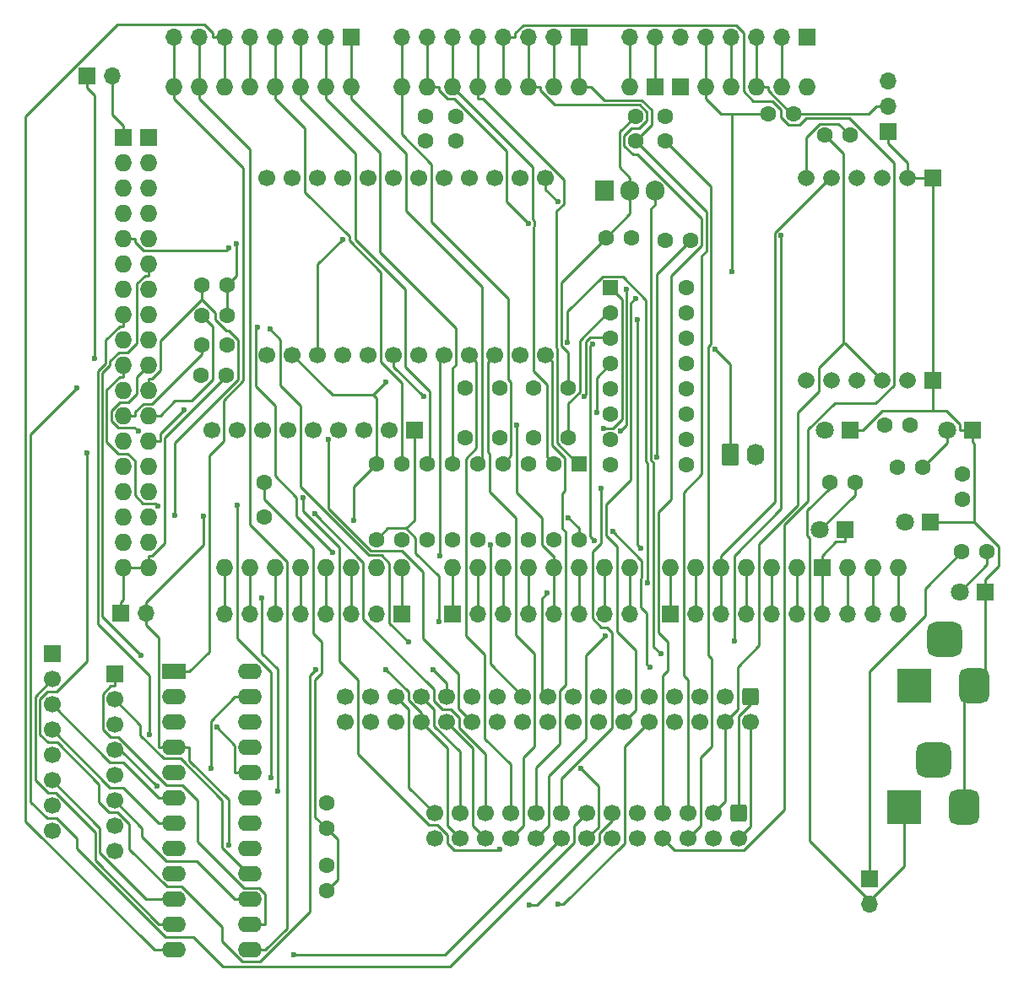
<source format=gbr>
G04 #@! TF.GenerationSoftware,KiCad,Pcbnew,9.0.4*
G04 #@! TF.CreationDate,2025-11-16T18:55:43+10:00*
G04 #@! TF.ProjectId,Jet Ranger Prod Radio Controller,4a657420-5261-46e6-9765-722050726f64,rev?*
G04 #@! TF.SameCoordinates,Original*
G04 #@! TF.FileFunction,Copper,L2,Bot*
G04 #@! TF.FilePolarity,Positive*
%FSLAX46Y46*%
G04 Gerber Fmt 4.6, Leading zero omitted, Abs format (unit mm)*
G04 Created by KiCad (PCBNEW 9.0.4) date 2025-11-16 18:55:43*
%MOMM*%
%LPD*%
G01*
G04 APERTURE LIST*
G04 Aperture macros list*
%AMRoundRect*
0 Rectangle with rounded corners*
0 $1 Rounding radius*
0 $2 $3 $4 $5 $6 $7 $8 $9 X,Y pos of 4 corners*
0 Add a 4 corners polygon primitive as box body*
4,1,4,$2,$3,$4,$5,$6,$7,$8,$9,$2,$3,0*
0 Add four circle primitives for the rounded corners*
1,1,$1+$1,$2,$3*
1,1,$1+$1,$4,$5*
1,1,$1+$1,$6,$7*
1,1,$1+$1,$8,$9*
0 Add four rect primitives between the rounded corners*
20,1,$1+$1,$2,$3,$4,$5,0*
20,1,$1+$1,$4,$5,$6,$7,0*
20,1,$1+$1,$6,$7,$8,$9,0*
20,1,$1+$1,$8,$9,$2,$3,0*%
G04 Aperture macros list end*
G04 #@! TA.AperFunction,ComponentPad*
%ADD10C,1.600000*%
G04 #@! TD*
G04 #@! TA.AperFunction,ComponentPad*
%ADD11R,1.700000X1.700000*%
G04 #@! TD*
G04 #@! TA.AperFunction,ComponentPad*
%ADD12O,1.700000X1.700000*%
G04 #@! TD*
G04 #@! TA.AperFunction,ComponentPad*
%ADD13R,2.400000X1.600000*%
G04 #@! TD*
G04 #@! TA.AperFunction,ComponentPad*
%ADD14O,2.400000X1.600000*%
G04 #@! TD*
G04 #@! TA.AperFunction,ComponentPad*
%ADD15RoundRect,0.250000X-0.620000X-0.845000X0.620000X-0.845000X0.620000X0.845000X-0.620000X0.845000X0*%
G04 #@! TD*
G04 #@! TA.AperFunction,ComponentPad*
%ADD16O,1.740000X2.190000*%
G04 #@! TD*
G04 #@! TA.AperFunction,ComponentPad*
%ADD17R,1.800000X1.800000*%
G04 #@! TD*
G04 #@! TA.AperFunction,ComponentPad*
%ADD18C,1.800000*%
G04 #@! TD*
G04 #@! TA.AperFunction,ComponentPad*
%ADD19R,3.500000X3.500000*%
G04 #@! TD*
G04 #@! TA.AperFunction,ComponentPad*
%ADD20RoundRect,0.750000X0.750000X1.000000X-0.750000X1.000000X-0.750000X-1.000000X0.750000X-1.000000X0*%
G04 #@! TD*
G04 #@! TA.AperFunction,ComponentPad*
%ADD21RoundRect,0.875000X0.875000X0.875000X-0.875000X0.875000X-0.875000X-0.875000X0.875000X-0.875000X0*%
G04 #@! TD*
G04 #@! TA.AperFunction,ComponentPad*
%ADD22RoundRect,0.250000X-0.550000X-0.550000X0.550000X-0.550000X0.550000X0.550000X-0.550000X0.550000X0*%
G04 #@! TD*
G04 #@! TA.AperFunction,ComponentPad*
%ADD23RoundRect,0.250000X-0.550000X0.550000X-0.550000X-0.550000X0.550000X-0.550000X0.550000X0.550000X0*%
G04 #@! TD*
G04 #@! TA.AperFunction,ComponentPad*
%ADD24C,1.700000*%
G04 #@! TD*
G04 #@! TA.AperFunction,ComponentPad*
%ADD25R,1.905000X2.000000*%
G04 #@! TD*
G04 #@! TA.AperFunction,ComponentPad*
%ADD26O,1.905000X2.000000*%
G04 #@! TD*
G04 #@! TA.AperFunction,ComponentPad*
%ADD27R,1.665000X1.665000*%
G04 #@! TD*
G04 #@! TA.AperFunction,ComponentPad*
%ADD28C,1.665000*%
G04 #@! TD*
G04 #@! TA.AperFunction,ComponentPad*
%ADD29RoundRect,0.250000X-0.600000X0.600000X-0.600000X-0.600000X0.600000X-0.600000X0.600000X0.600000X0*%
G04 #@! TD*
G04 #@! TA.AperFunction,ComponentPad*
%ADD30O,1.727200X1.727200*%
G04 #@! TD*
G04 #@! TA.AperFunction,ComponentPad*
%ADD31R,1.727200X1.727200*%
G04 #@! TD*
G04 #@! TA.AperFunction,ViaPad*
%ADD32C,0.600000*%
G04 #@! TD*
G04 #@! TA.AperFunction,Conductor*
%ADD33C,0.250000*%
G04 #@! TD*
G04 APERTURE END LIST*
D10*
X70940000Y-51500000D03*
X70940000Y-49000000D03*
X78350000Y-81250000D03*
X78350000Y-76250000D03*
D11*
X63500000Y-41046400D03*
D12*
X60960000Y-41046400D03*
X58420000Y-41046400D03*
X55880000Y-41046400D03*
X53340000Y-41046400D03*
X50800000Y-41046400D03*
X48260000Y-41046400D03*
X45720000Y-41046400D03*
D13*
X45750000Y-104750000D03*
D14*
X45750000Y-107290000D03*
X45750000Y-109830000D03*
X45750000Y-112370000D03*
X45750000Y-114910000D03*
X45750000Y-117450000D03*
X45750000Y-119990000D03*
X45750000Y-122530000D03*
X45750000Y-125070000D03*
X45750000Y-127610000D03*
X45750000Y-130150000D03*
X45750000Y-132690000D03*
X53370000Y-132690000D03*
X53370000Y-130150000D03*
X53370000Y-127610000D03*
X53370000Y-125070000D03*
X53370000Y-122530000D03*
X53370000Y-119990000D03*
X53370000Y-117450000D03*
X53370000Y-114910000D03*
X53370000Y-112370000D03*
X53370000Y-109830000D03*
X53370000Y-107290000D03*
X53370000Y-104750000D03*
D11*
X117298000Y-50550000D03*
D12*
X117298000Y-48010000D03*
X117298000Y-45470000D03*
D11*
X86360000Y-41046400D03*
D12*
X83820000Y-41046400D03*
X81280000Y-41046400D03*
X78740000Y-41046400D03*
X76200000Y-41046400D03*
X73660000Y-41046400D03*
X71120000Y-41046400D03*
X68580000Y-41046400D03*
D15*
X101500000Y-83000000D03*
D16*
X104040000Y-83000000D03*
D10*
X51040000Y-72000000D03*
X48500000Y-72000000D03*
D17*
X113540000Y-80500000D03*
D18*
X111000000Y-80500000D03*
D10*
X61000000Y-117960000D03*
X61000000Y-120500000D03*
X118250000Y-84250000D03*
X120790000Y-84250000D03*
X51040000Y-66000000D03*
X48500000Y-66000000D03*
X124750000Y-87500000D03*
X124750000Y-84960000D03*
D11*
X37000000Y-45000000D03*
D12*
X39540000Y-45000000D03*
D19*
X118949000Y-118350000D03*
D20*
X124949000Y-118350000D03*
D21*
X121949000Y-113650000D03*
D22*
X89515000Y-66250000D03*
D10*
X89515000Y-68790000D03*
X89515000Y-71330000D03*
X89515000Y-73870000D03*
X89515000Y-76410000D03*
X89515000Y-78950000D03*
X89515000Y-81490000D03*
X89515000Y-84030000D03*
X97135000Y-84030000D03*
X97135000Y-81490000D03*
X97135000Y-78950000D03*
X97135000Y-76410000D03*
X97135000Y-73870000D03*
X97135000Y-71330000D03*
X97135000Y-68790000D03*
X97135000Y-66250000D03*
X73950000Y-51500000D03*
X73950000Y-49000000D03*
D17*
X127040000Y-96750000D03*
D18*
X124500000Y-96750000D03*
D10*
X54750000Y-85750000D03*
X54750000Y-89250000D03*
D17*
X125770000Y-80500000D03*
D18*
X123230000Y-80500000D03*
D23*
X86320000Y-83880000D03*
D10*
X83780000Y-83880000D03*
X81240000Y-83880000D03*
X78700000Y-83880000D03*
X76160000Y-83880000D03*
X73620000Y-83880000D03*
X71080000Y-83880000D03*
X68540000Y-83880000D03*
X66000000Y-83880000D03*
X66000000Y-91500000D03*
X68540000Y-91500000D03*
X71080000Y-91500000D03*
X73620000Y-91500000D03*
X76160000Y-91500000D03*
X78700000Y-91500000D03*
X81240000Y-91500000D03*
X83780000Y-91500000D03*
X86320000Y-91500000D03*
X51040000Y-69000000D03*
X48500000Y-69000000D03*
X51000000Y-75000000D03*
X48460000Y-75000000D03*
X124710000Y-92750000D03*
X127250000Y-92750000D03*
X117000000Y-80000000D03*
X119540000Y-80000000D03*
D11*
X68580000Y-98958400D03*
D12*
X66040000Y-98958400D03*
X63500000Y-98958400D03*
X60960000Y-98958400D03*
X58420000Y-98958400D03*
X55880000Y-98958400D03*
X53340000Y-98958400D03*
X50800000Y-98958400D03*
D11*
X33500000Y-103000000D03*
D24*
X33500000Y-105540000D03*
X33500000Y-108080000D03*
X33500000Y-110620000D03*
X33500000Y-113160000D03*
X33500000Y-115700000D03*
X33500000Y-118240000D03*
X33500000Y-120780000D03*
D10*
X94960000Y-61500000D03*
X97500000Y-61500000D03*
D25*
X88920000Y-56500000D03*
D26*
X91460000Y-56500000D03*
X94000000Y-56500000D03*
D27*
X121809000Y-55183300D03*
D28*
X119269000Y-55183300D03*
X116729000Y-55183300D03*
X114189000Y-55183300D03*
X111649000Y-55183300D03*
X109109000Y-55183300D03*
D27*
X121809000Y-75503300D03*
D28*
X119269000Y-75503300D03*
X116729000Y-75503300D03*
X114189000Y-75503300D03*
X111649000Y-75503300D03*
X109109000Y-75503300D03*
D17*
X113040000Y-90500000D03*
D18*
X110500000Y-90500000D03*
D10*
X111455000Y-85750000D03*
X113995000Y-85750000D03*
D11*
X109220000Y-41046400D03*
D12*
X106680000Y-41046400D03*
X104140000Y-41046400D03*
X101600000Y-41046400D03*
X99060000Y-41046400D03*
X96520000Y-41046400D03*
X93980000Y-41046400D03*
X91440000Y-41046400D03*
D10*
X95000000Y-51500000D03*
X95000000Y-49000000D03*
D11*
X115450000Y-125560000D03*
D12*
X115450000Y-128100000D03*
D10*
X61000000Y-126750000D03*
X61000000Y-124250000D03*
D24*
X55060000Y-73000000D03*
X57600000Y-73000000D03*
X60140000Y-73000000D03*
X62680000Y-73000000D03*
X65220000Y-73000000D03*
X67760000Y-73000000D03*
X70300000Y-73000000D03*
X72840000Y-73000000D03*
X75380000Y-73000000D03*
X77920000Y-73000000D03*
X80460000Y-73000000D03*
X83000000Y-73000000D03*
X83000000Y-55220000D03*
X80460000Y-55220000D03*
X77920000Y-55220000D03*
X75380000Y-55220000D03*
X72840000Y-55220000D03*
X70300000Y-55220000D03*
X67760000Y-55220000D03*
X65220000Y-55220000D03*
X62680000Y-55220000D03*
X60140000Y-55220000D03*
X57600000Y-55220000D03*
X55060000Y-55220000D03*
D10*
X110960000Y-50900000D03*
X113500000Y-50900000D03*
X89037500Y-61212500D03*
X91577500Y-61212500D03*
D29*
X103530000Y-107250000D03*
D24*
X103530000Y-109790000D03*
X100990000Y-107250000D03*
X100990000Y-109790000D03*
X98450000Y-107250000D03*
X98450000Y-109790000D03*
X95910000Y-107250000D03*
X95910000Y-109790000D03*
X93370000Y-107250000D03*
X93370000Y-109790000D03*
X90830000Y-107250000D03*
X90830000Y-109790000D03*
X88290000Y-107250000D03*
X88290000Y-109790000D03*
X85750000Y-107250000D03*
X85750000Y-109790000D03*
X83210000Y-107250000D03*
X83210000Y-109790000D03*
X80670000Y-107250000D03*
X80670000Y-109790000D03*
X78130000Y-107250000D03*
X78130000Y-109790000D03*
X75590000Y-107250000D03*
X75590000Y-109790000D03*
X73050000Y-107250000D03*
X73050000Y-109790000D03*
X70510000Y-107250000D03*
X70510000Y-109790000D03*
X67970000Y-107250000D03*
X67970000Y-109790000D03*
X65430000Y-107250000D03*
X65430000Y-109790000D03*
X62890000Y-107250000D03*
X62890000Y-109790000D03*
D10*
X105350000Y-48750000D03*
X107890000Y-48750000D03*
X91990000Y-51500000D03*
X91990000Y-49000000D03*
D11*
X39750000Y-105000000D03*
D24*
X39750000Y-107540000D03*
X39750000Y-110080000D03*
X39750000Y-112620000D03*
X39750000Y-115160000D03*
X39750000Y-117700000D03*
X39750000Y-120240000D03*
X39750000Y-122780000D03*
D17*
X121540000Y-89750000D03*
D18*
X119000000Y-89750000D03*
D10*
X74900000Y-81250000D03*
X74900000Y-76250000D03*
X81800000Y-81250000D03*
X81800000Y-76250000D03*
D11*
X69820000Y-80500000D03*
D24*
X67280000Y-80500000D03*
X64740000Y-80500000D03*
X62200000Y-80500000D03*
X59660000Y-80500000D03*
X57120000Y-80500000D03*
X54580000Y-80500000D03*
X52040000Y-80500000D03*
X49500000Y-80500000D03*
D19*
X120000000Y-106207500D03*
D20*
X126000000Y-106207500D03*
D21*
X123000000Y-101507500D03*
D11*
X95504000Y-98958400D03*
D12*
X98044000Y-98958400D03*
X100584000Y-98958400D03*
X103124000Y-98958400D03*
X105664000Y-98958400D03*
X108204000Y-98958400D03*
X110744000Y-98958400D03*
X113284000Y-98958400D03*
X115824000Y-98958400D03*
X118364000Y-98958400D03*
D29*
X102330000Y-119000000D03*
D24*
X102330000Y-121540000D03*
X99790000Y-119000000D03*
X99790000Y-121540000D03*
X97250000Y-119000000D03*
X97250000Y-121540000D03*
X94710000Y-119000000D03*
X94710000Y-121540000D03*
X92170000Y-119000000D03*
X92170000Y-121540000D03*
X89630000Y-119000000D03*
X89630000Y-121540000D03*
X87090000Y-119000000D03*
X87090000Y-121540000D03*
X84550000Y-119000000D03*
X84550000Y-121540000D03*
X82010000Y-119000000D03*
X82010000Y-121540000D03*
X79470000Y-119000000D03*
X79470000Y-121540000D03*
X76930000Y-119000000D03*
X76930000Y-121540000D03*
X74390000Y-119000000D03*
X74390000Y-121540000D03*
X71850000Y-119000000D03*
X71850000Y-121540000D03*
D10*
X85250000Y-81250000D03*
X85250000Y-76250000D03*
D11*
X40411400Y-98933000D03*
D12*
X42951400Y-98933000D03*
D11*
X73660000Y-98958400D03*
D12*
X76200000Y-98958400D03*
X78740000Y-98958400D03*
X81280000Y-98958400D03*
X83820000Y-98958400D03*
X86360000Y-98958400D03*
X88900000Y-98958400D03*
X91440000Y-98958400D03*
D30*
X109205000Y-46039300D03*
X101585000Y-46039300D03*
X99045000Y-46039300D03*
X43165000Y-94299300D03*
X40625000Y-94299300D03*
X86345000Y-46039300D03*
X83805000Y-46039300D03*
X81265000Y-46039300D03*
X78725000Y-46039300D03*
X76185000Y-46039300D03*
X73645000Y-46039300D03*
X71105000Y-46039300D03*
X68565000Y-46039300D03*
X63485000Y-46039300D03*
X60945000Y-46039300D03*
X58405000Y-46039300D03*
X55865000Y-46039300D03*
X53325000Y-46039300D03*
X50785000Y-46039300D03*
X48245000Y-46039300D03*
X45705000Y-46039300D03*
X113269000Y-94299300D03*
X73645000Y-94299300D03*
X76185000Y-94299300D03*
X78725000Y-94299300D03*
X81265000Y-94299300D03*
X83805000Y-94299300D03*
X86345000Y-94299300D03*
X88885000Y-94299300D03*
X91425000Y-94299300D03*
X95489000Y-94299300D03*
X98029000Y-94299300D03*
X100569000Y-94299300D03*
X103109000Y-94299300D03*
X105649000Y-94299300D03*
X108189000Y-94299300D03*
X68565000Y-94299300D03*
X66025000Y-94299300D03*
X63485000Y-94299300D03*
X60945000Y-94299300D03*
X58405000Y-94299300D03*
X55865000Y-94299300D03*
X53325000Y-94299300D03*
X50785000Y-94299300D03*
X43165000Y-91759300D03*
X40625000Y-91759300D03*
X43165000Y-89219300D03*
X40625000Y-89219300D03*
X43165000Y-86679300D03*
X40625000Y-86679300D03*
X43165000Y-84139300D03*
X40625000Y-84139300D03*
X43165000Y-81599300D03*
X40625000Y-81599300D03*
X43165000Y-79059300D03*
X40625000Y-79059300D03*
X43165000Y-76519300D03*
X40625000Y-76519300D03*
X43165000Y-73979300D03*
X40625000Y-73979300D03*
X43165000Y-71439300D03*
X40625000Y-71439300D03*
X43165000Y-68899300D03*
X40625000Y-68899300D03*
X43165000Y-66359300D03*
X40625000Y-66359300D03*
X43165000Y-63819300D03*
X40625000Y-63819300D03*
X43165000Y-61279300D03*
X40625000Y-61279300D03*
X43165000Y-58739300D03*
X40625000Y-58739300D03*
X43165000Y-56199300D03*
X40625000Y-56199300D03*
X43165000Y-53659300D03*
X40625000Y-53659300D03*
D31*
X110729000Y-94299300D03*
X96505000Y-46039300D03*
X93965000Y-46039300D03*
X43165000Y-51119300D03*
X40625000Y-51119300D03*
D30*
X106665000Y-46039300D03*
X104125000Y-46039300D03*
X118349000Y-94299300D03*
X115809000Y-94299300D03*
X91425000Y-46039300D03*
D32*
X91994900Y-67275100D03*
X84192200Y-57556000D03*
X99958300Y-72365800D03*
X81359000Y-128173500D03*
X43255000Y-111045300D03*
X86492900Y-114472300D03*
X58650600Y-87332300D03*
X78386800Y-122566200D03*
X57735300Y-133161100D03*
X89008500Y-101180600D03*
X93204000Y-95873800D03*
X85179000Y-71696200D03*
X35992800Y-76265900D03*
X94558300Y-102991000D03*
X42162100Y-80640700D03*
X52070000Y-88061300D03*
X55452300Y-115439900D03*
X44087600Y-88139000D03*
X54543300Y-97385300D03*
X56135100Y-116782900D03*
X88538500Y-86394000D03*
X88120000Y-78745700D03*
X88805500Y-80320500D03*
X86816800Y-77160700D03*
X66984300Y-104539100D03*
X80122900Y-80037200D03*
X70758000Y-77176500D03*
X87874200Y-91606900D03*
X87739200Y-71848500D03*
X72383800Y-93110500D03*
X101920200Y-101664400D03*
X106598100Y-60923400D03*
X85260000Y-89285400D03*
X89724200Y-90707900D03*
X93437200Y-104350900D03*
X51197600Y-62260600D03*
X92227900Y-69471200D03*
X92556500Y-92361100D03*
X83171100Y-96887100D03*
X45820500Y-89105800D03*
X71713000Y-104549700D03*
X54109800Y-70174200D03*
X61651100Y-92822000D03*
X50025100Y-110362600D03*
X49400000Y-114492600D03*
X43979500Y-116289400D03*
X36982700Y-82802700D03*
X59939700Y-104528800D03*
X46719200Y-78498800D03*
X77430000Y-92075100D03*
X84235000Y-128117000D03*
X55332700Y-70394000D03*
X69208700Y-101804700D03*
X59849500Y-88925000D03*
X81263500Y-59774500D03*
X91090400Y-66379300D03*
X90507700Y-80619800D03*
X94140200Y-83237100D03*
X61218000Y-81450700D03*
X62654600Y-61345400D03*
X42444100Y-103126900D03*
X52010700Y-61827300D03*
X101707800Y-64616000D03*
X72260200Y-99770200D03*
X37772400Y-73351400D03*
X48633600Y-89162800D03*
X51187700Y-122191800D03*
X63717300Y-89550100D03*
X66956800Y-75717700D03*
D33*
X91540600Y-67729400D02*
X91994900Y-67275100D01*
X91540600Y-85527000D02*
X91540600Y-67729400D01*
X89073200Y-87994400D02*
X91540600Y-85527000D01*
X89073200Y-91082100D02*
X89073200Y-87994400D01*
X90155000Y-92163900D02*
X89073200Y-91082100D01*
X90155000Y-100749200D02*
X90155000Y-92163900D01*
X92020600Y-102614800D02*
X90155000Y-100749200D01*
X92020600Y-108599400D02*
X92020600Y-102614800D01*
X90830000Y-109790000D02*
X92020600Y-108599400D01*
X83000000Y-56363800D02*
X83000000Y-55220000D01*
X84192200Y-57556000D02*
X83000000Y-56363800D01*
X101500000Y-73907500D02*
X101500000Y-83000000D01*
X99958300Y-72365800D02*
X101500000Y-73907500D01*
X89630000Y-119757400D02*
X89630000Y-119000000D01*
X88360000Y-121027400D02*
X89630000Y-119757400D01*
X88360000Y-121957800D02*
X88360000Y-121027400D01*
X82144300Y-128173500D02*
X88360000Y-121957800D01*
X81359000Y-128173500D02*
X82144300Y-128173500D01*
X76048600Y-73668600D02*
X75380000Y-73000000D01*
X76048600Y-82302800D02*
X76048600Y-73668600D01*
X74986500Y-83364900D02*
X76048600Y-82302800D01*
X74986500Y-101163200D02*
X74986500Y-83364900D01*
X76860000Y-103036700D02*
X74986500Y-101163200D01*
X76860000Y-111479500D02*
X76860000Y-103036700D01*
X79470000Y-114089500D02*
X76860000Y-111479500D01*
X79470000Y-119000000D02*
X79470000Y-114089500D01*
X83606400Y-73606400D02*
X83000000Y-73000000D01*
X83606400Y-82049900D02*
X83606400Y-73606400D01*
X84905200Y-83348700D02*
X83606400Y-82049900D01*
X84905200Y-86620900D02*
X84905200Y-83348700D01*
X84616700Y-86909400D02*
X84905200Y-86620900D01*
X84616700Y-90356600D02*
X84616700Y-86909400D01*
X85020000Y-90759900D02*
X84616700Y-90356600D01*
X85020000Y-106050000D02*
X85020000Y-90759900D01*
X84385200Y-106684800D02*
X85020000Y-106050000D01*
X84385200Y-112032500D02*
X84385200Y-106684800D01*
X82010000Y-114407700D02*
X84385200Y-112032500D01*
X82010000Y-119000000D02*
X82010000Y-114407700D01*
X88267400Y-120362600D02*
X87090000Y-121540000D01*
X88267400Y-116246800D02*
X88267400Y-120362600D01*
X86492900Y-114472300D02*
X88267400Y-116246800D01*
X40625000Y-68899300D02*
X40625000Y-70088000D01*
X40253500Y-70088000D02*
X40625000Y-70088000D01*
X38847600Y-71493900D02*
X40253500Y-70088000D01*
X38847600Y-73796900D02*
X38847600Y-71493900D01*
X38062300Y-74582200D02*
X38847600Y-73796900D01*
X38062300Y-99985800D02*
X38062300Y-74582200D01*
X43255000Y-105178500D02*
X38062300Y-99985800D01*
X43255000Y-111045300D02*
X43255000Y-105178500D01*
X58650600Y-88610000D02*
X58650600Y-87332300D01*
X62296100Y-92255500D02*
X58650600Y-88610000D01*
X62296100Y-103753000D02*
X62296100Y-92255500D01*
X64160000Y-105616900D02*
X62296100Y-103753000D01*
X64160000Y-113019700D02*
X64160000Y-105616900D01*
X71315500Y-120175200D02*
X64160000Y-113019700D01*
X72149300Y-120175200D02*
X71315500Y-120175200D01*
X73120000Y-121145900D02*
X72149300Y-120175200D01*
X73120000Y-121976800D02*
X73120000Y-121145900D01*
X73858400Y-122715200D02*
X73120000Y-121976800D01*
X78237800Y-122715200D02*
X73858400Y-122715200D01*
X78386800Y-122566200D02*
X78237800Y-122715200D01*
X72928900Y-133161100D02*
X84550000Y-121540000D01*
X57735300Y-133161100D02*
X72928900Y-133161100D01*
X87020000Y-103169100D02*
X89008500Y-101180600D01*
X87020000Y-111528400D02*
X87020000Y-103169100D01*
X83280000Y-115268400D02*
X87020000Y-111528400D01*
X83280000Y-120270000D02*
X83280000Y-115268400D01*
X82010000Y-121540000D02*
X83280000Y-120270000D01*
X93204000Y-83821500D02*
X93204000Y-95873800D01*
X93065000Y-83682500D02*
X93204000Y-83821500D01*
X93065000Y-67461100D02*
X93065000Y-83682500D01*
X90716400Y-65112500D02*
X93065000Y-67461100D01*
X88686300Y-65112500D02*
X90716400Y-65112500D01*
X85179000Y-68619800D02*
X88686300Y-65112500D01*
X85179000Y-71696200D02*
X85179000Y-68619800D01*
X85820000Y-120270000D02*
X87090000Y-119000000D01*
X85820000Y-121932000D02*
X85820000Y-120270000D01*
X73420800Y-134331200D02*
X85820000Y-121932000D01*
X50590300Y-134331200D02*
X73420800Y-134331200D01*
X47679100Y-131420000D02*
X50590300Y-134331200D01*
X44844300Y-131420000D02*
X47679100Y-131420000D01*
X35970200Y-122545900D02*
X44844300Y-131420000D01*
X35970200Y-121509300D02*
X35970200Y-122545900D01*
X33970900Y-119510000D02*
X35970200Y-121509300D01*
X33036900Y-119510000D02*
X33970900Y-119510000D01*
X31346000Y-117819100D02*
X33036900Y-119510000D01*
X31346000Y-80912700D02*
X31346000Y-117819100D01*
X35992800Y-76265900D02*
X31346000Y-80912700D01*
X103530000Y-120340000D02*
X103530000Y-109790000D01*
X102330000Y-121540000D02*
X103530000Y-120340000D01*
X94000000Y-56500000D02*
X94000000Y-57825100D01*
X93837200Y-102269900D02*
X94558300Y-102991000D01*
X93837200Y-83818100D02*
X93837200Y-102269900D01*
X93515100Y-83496000D02*
X93837200Y-83818100D01*
X93515100Y-58310000D02*
X93515100Y-83496000D01*
X94000000Y-57825100D02*
X93515100Y-58310000D01*
X41769500Y-80248100D02*
X42162100Y-80640700D01*
X40092100Y-80248100D02*
X41769500Y-80248100D01*
X39412700Y-79568700D02*
X40092100Y-80248100D01*
X39412700Y-78575600D02*
X39412700Y-79568700D01*
X40280200Y-77708100D02*
X39412700Y-78575600D01*
X41117400Y-77708100D02*
X40280200Y-77708100D01*
X41976200Y-76849300D02*
X41117400Y-77708100D01*
X41976200Y-75168100D02*
X41976200Y-76849300D01*
X43165000Y-73979300D02*
X41976200Y-75168100D01*
X52070000Y-101409800D02*
X52070000Y-88061300D01*
X55452300Y-104792100D02*
X52070000Y-101409800D01*
X55452300Y-115439900D02*
X55452300Y-104792100D01*
X43816700Y-87868100D02*
X44087600Y-88139000D01*
X42600400Y-87868100D02*
X43816700Y-87868100D01*
X41813800Y-87081500D02*
X42600400Y-87868100D01*
X41813800Y-83597800D02*
X41813800Y-87081500D01*
X41085300Y-82869300D02*
X41813800Y-83597800D01*
X40148600Y-82869300D02*
X41085300Y-82869300D01*
X38962600Y-81683300D02*
X40148600Y-82869300D01*
X38962600Y-76458900D02*
X38962600Y-81683300D01*
X40253500Y-75168000D02*
X38962600Y-76458900D01*
X40625000Y-75168000D02*
X40253500Y-75168000D01*
X56135100Y-104520100D02*
X56135100Y-116782900D01*
X54543300Y-102928300D02*
X56135100Y-104520100D01*
X54543300Y-97385300D02*
X54543300Y-102928300D01*
X40625000Y-73979300D02*
X40625000Y-75168000D01*
X80774900Y-120235100D02*
X79470000Y-121540000D01*
X80774900Y-113333000D02*
X80774900Y-120235100D01*
X81865000Y-112242900D02*
X80774900Y-113333000D01*
X81865000Y-102961700D02*
X81865000Y-112242900D01*
X79970000Y-101066700D02*
X81865000Y-102961700D01*
X79970000Y-89350400D02*
X79970000Y-101066700D01*
X77352500Y-86732900D02*
X79970000Y-89350400D01*
X77352500Y-82887700D02*
X77352500Y-86732900D01*
X77181000Y-82716200D02*
X77352500Y-82887700D01*
X77181000Y-73739000D02*
X77181000Y-82716200D01*
X77920000Y-73000000D02*
X77181000Y-73739000D01*
X88538500Y-91861100D02*
X88538500Y-86394000D01*
X87667000Y-92732600D02*
X88538500Y-91861100D01*
X87667000Y-99436800D02*
X87667000Y-92732600D01*
X88570400Y-100340200D02*
X87667000Y-99436800D01*
X89109300Y-100340200D02*
X88570400Y-100340200D01*
X89633600Y-100864500D02*
X89109300Y-100340200D01*
X89633600Y-110447600D02*
X89633600Y-100864500D01*
X84550000Y-115531200D02*
X89633600Y-110447600D01*
X84550000Y-119000000D02*
X84550000Y-115531200D01*
X108204000Y-95503000D02*
X108204000Y-98958400D01*
X108189000Y-95488000D02*
X108204000Y-95503000D01*
X108189000Y-94299300D02*
X108189000Y-95488000D01*
X85250000Y-77843500D02*
X85250000Y-81250000D01*
X86419600Y-76673900D02*
X85250000Y-77843500D01*
X86419600Y-71542300D02*
X86419600Y-76673900D01*
X89171900Y-68790000D02*
X86419600Y-71542300D01*
X89515000Y-68790000D02*
X89171900Y-68790000D01*
X105664000Y-95503000D02*
X105664000Y-98958400D01*
X105649000Y-95488000D02*
X105664000Y-95503000D01*
X105649000Y-94299300D02*
X105649000Y-95488000D01*
X95504000Y-95503000D02*
X95504000Y-98958400D01*
X95489000Y-95488000D02*
X95504000Y-95503000D01*
X95489000Y-94299300D02*
X95489000Y-95488000D01*
X53340000Y-44835600D02*
X53340000Y-41046400D01*
X53325000Y-44850600D02*
X53340000Y-44835600D01*
X53325000Y-46039300D02*
X53325000Y-44850600D01*
X88120000Y-75265000D02*
X88120000Y-78745700D01*
X89515000Y-73870000D02*
X88120000Y-75265000D01*
X89758000Y-80320500D02*
X88805500Y-80320500D01*
X90640200Y-79438300D02*
X89758000Y-80320500D01*
X90640200Y-67375200D02*
X90640200Y-79438300D01*
X89515000Y-66250000D02*
X90640200Y-67375200D01*
X103124000Y-95503000D02*
X103124000Y-98958400D01*
X103109000Y-95488000D02*
X103124000Y-95503000D01*
X103109000Y-94299300D02*
X103109000Y-95488000D01*
X87041900Y-76935600D02*
X86816800Y-77160700D01*
X87041900Y-71621600D02*
X87041900Y-76935600D01*
X87463100Y-71200400D02*
X87041900Y-71621600D01*
X89385400Y-71200400D02*
X87463100Y-71200400D01*
X89515000Y-71330000D02*
X89385400Y-71200400D01*
X91440000Y-95503000D02*
X91440000Y-98958400D01*
X91425000Y-95488000D02*
X91440000Y-95503000D01*
X91425000Y-94299300D02*
X91425000Y-95488000D01*
X74390000Y-112816400D02*
X74390000Y-119000000D01*
X71780000Y-110206400D02*
X74390000Y-112816400D01*
X71780000Y-108520000D02*
X71780000Y-110206400D01*
X70510000Y-107250000D02*
X71780000Y-108520000D01*
X55880000Y-95503000D02*
X55880000Y-98958400D01*
X55865000Y-95488000D02*
X55880000Y-95503000D01*
X55865000Y-94299300D02*
X55865000Y-95488000D01*
X60960000Y-95503000D02*
X60960000Y-98958400D01*
X60945000Y-95488000D02*
X60960000Y-95503000D01*
X60945000Y-94299300D02*
X60945000Y-95488000D01*
X88900000Y-95503000D02*
X88900000Y-98958400D01*
X88885000Y-95488000D02*
X88900000Y-95503000D01*
X88885000Y-94299300D02*
X88885000Y-95488000D01*
X73120000Y-112400000D02*
X70510000Y-109790000D01*
X73120000Y-120270000D02*
X73120000Y-112400000D01*
X74390000Y-121540000D02*
X73120000Y-120270000D01*
X70510000Y-108911900D02*
X70510000Y-109790000D01*
X69240000Y-107641900D02*
X70510000Y-108911900D01*
X69240000Y-106794800D02*
X69240000Y-107641900D01*
X66984300Y-104539100D02*
X69240000Y-106794800D01*
X75660000Y-120270000D02*
X76930000Y-121540000D01*
X75660000Y-112400000D02*
X75660000Y-120270000D01*
X73050000Y-109790000D02*
X75660000Y-112400000D01*
X83820000Y-95503000D02*
X83820000Y-98958400D01*
X83805000Y-95488000D02*
X83820000Y-95503000D01*
X83805000Y-94887900D02*
X83805000Y-95488000D01*
X67760000Y-74178500D02*
X67760000Y-73000000D01*
X70758000Y-77176500D02*
X67760000Y-74178500D01*
X83805000Y-94887900D02*
X83805000Y-94299300D01*
X83805000Y-94299300D02*
X83805000Y-93110600D01*
X80043300Y-80116800D02*
X80122900Y-80037200D01*
X80043300Y-86756000D02*
X80043300Y-80116800D01*
X82616300Y-89329000D02*
X80043300Y-86756000D01*
X82616300Y-91996300D02*
X82616300Y-89329000D01*
X83730600Y-93110600D02*
X82616300Y-91996300D01*
X83805000Y-93110600D02*
X83730600Y-93110600D01*
X83820000Y-44835600D02*
X83820000Y-41046400D01*
X83805000Y-44850600D02*
X83820000Y-44835600D01*
X83805000Y-46039300D02*
X83805000Y-44850600D01*
X98520000Y-120270000D02*
X97250000Y-121540000D01*
X98520000Y-113367900D02*
X98520000Y-120270000D01*
X99625200Y-112262700D02*
X98520000Y-113367900D01*
X99625200Y-103437600D02*
X99625200Y-112262700D01*
X99333200Y-103145600D02*
X99625200Y-103437600D01*
X99333200Y-72106900D02*
X99333200Y-103145600D01*
X99549900Y-71890200D02*
X99333200Y-72106900D01*
X99549900Y-56049900D02*
X99549900Y-71890200D01*
X95000000Y-51500000D02*
X99549900Y-56049900D01*
X81280000Y-95503000D02*
X81280000Y-98958400D01*
X81265000Y-95488000D02*
X81280000Y-95503000D01*
X81265000Y-94299300D02*
X81265000Y-95488000D01*
X87492100Y-91224800D02*
X87874200Y-91606900D01*
X87492100Y-72095600D02*
X87492100Y-91224800D01*
X87739200Y-71848500D02*
X87492100Y-72095600D01*
X72383800Y-73456200D02*
X72383800Y-93110500D01*
X72840000Y-73000000D02*
X72383800Y-73456200D01*
X78740000Y-95503000D02*
X78740000Y-98958400D01*
X78725000Y-95488000D02*
X78740000Y-95503000D01*
X78725000Y-94299300D02*
X78725000Y-95488000D01*
X58420000Y-95503000D02*
X58420000Y-98958400D01*
X58405000Y-95488000D02*
X58420000Y-95503000D01*
X58405000Y-94299300D02*
X58405000Y-95488000D01*
X101920200Y-93110500D02*
X101920200Y-101664400D01*
X106598100Y-88432600D02*
X101920200Y-93110500D01*
X106598100Y-60923400D02*
X106598100Y-88432600D01*
X86319900Y-91500000D02*
X86320000Y-91500000D01*
X86319900Y-90345300D02*
X86319900Y-91500000D01*
X85260000Y-89285400D02*
X86319900Y-90345300D01*
X93156300Y-104070000D02*
X93437200Y-104350900D01*
X93156300Y-98904100D02*
X93156300Y-104070000D01*
X92564000Y-98311800D02*
X93156300Y-98904100D01*
X92564000Y-95401200D02*
X92564000Y-98311800D01*
X92632000Y-95333200D02*
X92564000Y-95401200D01*
X92632000Y-93615700D02*
X92632000Y-95333200D01*
X89724200Y-90707900D02*
X92632000Y-93615700D01*
X53370000Y-127610000D02*
X51844900Y-127610000D01*
X42513800Y-120463800D02*
X39750000Y-117700000D01*
X42513900Y-120463800D02*
X42513800Y-120463800D01*
X42513900Y-121331900D02*
X42513900Y-120463800D01*
X44982000Y-123800000D02*
X42513900Y-121331900D01*
X48034900Y-123800000D02*
X44982000Y-123800000D01*
X51844900Y-127610000D02*
X48034900Y-123800000D01*
X81280000Y-44835600D02*
X81280000Y-41046400D01*
X81265000Y-44850600D02*
X81280000Y-44835600D01*
X81265000Y-45450600D02*
X81265000Y-44850600D01*
X81265000Y-45450600D02*
X81265000Y-46039300D01*
X94710000Y-105119100D02*
X94710000Y-119000000D01*
X95204200Y-104624900D02*
X94710000Y-105119100D01*
X95204200Y-101765300D02*
X95204200Y-104624900D01*
X94300200Y-100861300D02*
X95204200Y-101765300D01*
X94300200Y-88741200D02*
X94300200Y-100861300D01*
X95546900Y-87494500D02*
X94300200Y-88741200D01*
X95546900Y-65055600D02*
X95546900Y-87494500D01*
X98649600Y-61952900D02*
X95546900Y-65055600D01*
X98649600Y-59289300D02*
X98649600Y-61952900D01*
X92223700Y-52863400D02*
X98649600Y-59289300D01*
X91755000Y-52863400D02*
X92223700Y-52863400D01*
X90850500Y-51958900D02*
X91755000Y-52863400D01*
X90850500Y-50994000D02*
X90850500Y-51958900D01*
X91594500Y-50250000D02*
X90850500Y-50994000D01*
X92378700Y-50250000D02*
X91594500Y-50250000D01*
X93149400Y-49479300D02*
X92378700Y-50250000D01*
X93149400Y-48561600D02*
X93149400Y-49479300D01*
X92453400Y-47865600D02*
X93149400Y-48561600D01*
X83908500Y-47865600D02*
X92453400Y-47865600D01*
X82453700Y-46410800D02*
X83908500Y-47865600D01*
X82453700Y-46039300D02*
X82453700Y-46410800D01*
X81265000Y-46039300D02*
X82453700Y-46039300D01*
X95888400Y-122718400D02*
X94710000Y-121540000D01*
X102881900Y-122718400D02*
X95888400Y-122718400D01*
X106957800Y-118642500D02*
X102881900Y-122718400D01*
X106957800Y-90043000D02*
X106957800Y-118642500D01*
X109329200Y-87671600D02*
X106957800Y-90043000D01*
X109329200Y-80433400D02*
X109329200Y-87671600D01*
X111984400Y-77778200D02*
X109329200Y-80433400D01*
X116105900Y-77778200D02*
X111984400Y-77778200D01*
X117889300Y-75994800D02*
X116105900Y-77778200D01*
X117889300Y-53641700D02*
X117889300Y-75994800D01*
X113476400Y-49228800D02*
X117889300Y-53641700D01*
X109088700Y-49228800D02*
X113476400Y-49228800D01*
X108435700Y-49881800D02*
X109088700Y-49228800D01*
X107380000Y-49881800D02*
X108435700Y-49881800D01*
X106620000Y-49121800D02*
X107380000Y-49881800D01*
X106620000Y-48385300D02*
X106620000Y-49121800D01*
X105701200Y-47466500D02*
X106620000Y-48385300D01*
X103820700Y-47466500D02*
X105701200Y-47466500D01*
X102855000Y-46500800D02*
X103820700Y-47466500D01*
X102855000Y-40624000D02*
X102855000Y-46500800D01*
X102078600Y-39847600D02*
X102855000Y-40624000D01*
X80746700Y-39847600D02*
X102078600Y-39847600D01*
X79915100Y-40679200D02*
X80746700Y-39847600D01*
X79915100Y-41046400D02*
X79915100Y-40679200D01*
X78740000Y-41046400D02*
X79915100Y-41046400D01*
X78740000Y-44835600D02*
X78740000Y-41046400D01*
X78725000Y-44850600D02*
X78740000Y-44835600D01*
X78725000Y-46039300D02*
X78725000Y-44850600D01*
X39382700Y-106175100D02*
X39750000Y-106175100D01*
X38574900Y-106982900D02*
X39382700Y-106175100D01*
X38574900Y-110606000D02*
X38574900Y-106982900D01*
X39318900Y-111350000D02*
X38574900Y-110606000D01*
X40142000Y-111350000D02*
X39318900Y-111350000D01*
X44972000Y-116180000D02*
X40142000Y-111350000D01*
X46560900Y-116180000D02*
X44972000Y-116180000D01*
X48103200Y-117722300D02*
X46560900Y-116180000D01*
X48103200Y-121849600D02*
X48103200Y-117722300D01*
X52738400Y-126484800D02*
X48103200Y-121849600D01*
X54261300Y-126484800D02*
X52738400Y-126484800D01*
X54895100Y-127118600D02*
X54261300Y-126484800D01*
X54895100Y-130150000D02*
X54895100Y-127118600D01*
X53370000Y-130150000D02*
X54895100Y-130150000D01*
X39750000Y-105000000D02*
X39750000Y-106175100D01*
X50981100Y-62477100D02*
X51197600Y-62260600D01*
X42640000Y-62477100D02*
X50981100Y-62477100D01*
X41813700Y-61650800D02*
X42640000Y-62477100D01*
X41813700Y-61279300D02*
X41813700Y-61650800D01*
X82627600Y-106667600D02*
X83210000Y-107250000D01*
X82627600Y-97430600D02*
X82627600Y-106667600D01*
X83171100Y-96887100D02*
X82627600Y-97430600D01*
X40625000Y-61279300D02*
X41813700Y-61279300D01*
X92227900Y-92032500D02*
X92556500Y-92361100D01*
X92227900Y-69471200D02*
X92227900Y-92032500D01*
X63500000Y-95503000D02*
X63500000Y-98958400D01*
X63485000Y-95488000D02*
X63500000Y-95503000D01*
X63485000Y-94299300D02*
X63485000Y-95488000D01*
X43165000Y-76519300D02*
X43165000Y-75330600D01*
X44353700Y-71540300D02*
X48506000Y-67388000D01*
X44353700Y-74513500D02*
X44353700Y-71540300D01*
X43536600Y-75330600D02*
X44353700Y-74513500D01*
X43165000Y-75330600D02*
X43536600Y-75330600D01*
X48500000Y-67382000D02*
X48506000Y-67388000D01*
X48500000Y-66000000D02*
X48500000Y-67382000D01*
X45820500Y-81770800D02*
X45820500Y-89105800D01*
X52178800Y-75412500D02*
X45820500Y-81770800D01*
X52178800Y-71504700D02*
X52178800Y-75412500D01*
X51174100Y-70500000D02*
X52178800Y-71504700D01*
X50943100Y-70500000D02*
X51174100Y-70500000D01*
X49859300Y-69416200D02*
X50943100Y-70500000D01*
X49859300Y-68741300D02*
X49859300Y-69416200D01*
X48506000Y-67388000D02*
X49859300Y-68741300D01*
X73050000Y-105886700D02*
X71713000Y-104549700D01*
X73050000Y-107250000D02*
X73050000Y-105886700D01*
X86345000Y-46039300D02*
X87533700Y-46039300D01*
X86345000Y-42236500D02*
X86345000Y-46039300D01*
X86360000Y-42221500D02*
X86345000Y-42236500D01*
X86360000Y-41046400D02*
X86360000Y-42221500D01*
X97250000Y-105554800D02*
X97250000Y-119000000D01*
X96820400Y-105125200D02*
X97250000Y-105554800D01*
X96820400Y-86788200D02*
X96820400Y-105125200D01*
X98649700Y-84958900D02*
X96820400Y-86788200D01*
X98649700Y-63036800D02*
X98649700Y-84958900D01*
X99099800Y-62586700D02*
X98649700Y-63036800D01*
X99099800Y-58609800D02*
X99099800Y-62586700D01*
X91990000Y-51500000D02*
X99099800Y-58609800D01*
X88909800Y-47415400D02*
X87533700Y-46039300D01*
X92639900Y-47415400D02*
X88909800Y-47415400D01*
X93599600Y-48375100D02*
X92639900Y-47415400D01*
X93599600Y-49890400D02*
X93599600Y-48375100D01*
X91990000Y-51500000D02*
X93599600Y-49890400D01*
X50800000Y-95503000D02*
X50800000Y-98958400D01*
X50785000Y-95488000D02*
X50800000Y-95503000D01*
X50785000Y-94299300D02*
X50785000Y-95488000D01*
X58025500Y-89196400D02*
X61651100Y-92822000D01*
X58025500Y-87254300D02*
X58025500Y-89196400D01*
X55850000Y-85078800D02*
X58025500Y-87254300D01*
X55850000Y-78048600D02*
X55850000Y-85078800D01*
X53884800Y-76083400D02*
X55850000Y-78048600D01*
X53884800Y-70399200D02*
X53884800Y-76083400D01*
X54109800Y-70174200D02*
X53884800Y-70399200D01*
X38243900Y-120443900D02*
X33500000Y-115700000D01*
X38243900Y-122941600D02*
X38243900Y-120443900D01*
X42912300Y-127610000D02*
X38243900Y-122941600D01*
X45750000Y-127610000D02*
X42912300Y-127610000D01*
X51844900Y-112182400D02*
X50025100Y-110362600D01*
X51844900Y-114910000D02*
X51844900Y-112182400D01*
X53370000Y-114910000D02*
X51844900Y-114910000D01*
X40664900Y-113890000D02*
X44224900Y-117450000D01*
X39310000Y-113890000D02*
X40664900Y-113890000D01*
X33500000Y-108080000D02*
X39310000Y-113890000D01*
X45750000Y-117450000D02*
X44224900Y-117450000D01*
X40664900Y-116430000D02*
X44224900Y-119990000D01*
X39310000Y-116430000D02*
X40664900Y-116430000D01*
X33500000Y-110620000D02*
X39310000Y-116430000D01*
X45750000Y-119990000D02*
X44224900Y-119990000D01*
X40310100Y-112620000D02*
X39750000Y-112620000D01*
X43979500Y-116289400D02*
X40310100Y-112620000D01*
X53370000Y-107290000D02*
X51844900Y-107290000D01*
X49400000Y-109734900D02*
X49400000Y-114492600D01*
X51844900Y-107290000D02*
X49400000Y-109734900D01*
X59323900Y-105144600D02*
X59939700Y-104528800D01*
X59323900Y-128897900D02*
X59323900Y-105144600D01*
X54355600Y-133866200D02*
X59323900Y-128897900D01*
X52544000Y-133866200D02*
X54355600Y-133866200D01*
X50497300Y-131819500D02*
X52544000Y-133866200D01*
X50497300Y-130360300D02*
X50497300Y-131819500D01*
X46477000Y-126340000D02*
X50497300Y-130360300D01*
X44990800Y-126340000D02*
X46477000Y-126340000D01*
X41254000Y-122603200D02*
X44990800Y-126340000D01*
X41254000Y-120071700D02*
X41254000Y-122603200D01*
X40057500Y-118875200D02*
X41254000Y-120071700D01*
X39207900Y-118875200D02*
X40057500Y-118875200D01*
X38157200Y-117824500D02*
X39207900Y-118875200D01*
X38157200Y-116044600D02*
X38157200Y-117824500D01*
X34002600Y-111890000D02*
X38157200Y-116044600D01*
X33087800Y-111890000D02*
X34002600Y-111890000D01*
X32267200Y-111069400D02*
X33087800Y-111890000D01*
X32267200Y-107539800D02*
X32267200Y-111069400D01*
X32997000Y-106810000D02*
X32267200Y-107539800D01*
X33909200Y-106810000D02*
X32997000Y-106810000D01*
X36982700Y-103736500D02*
X33909200Y-106810000D01*
X36982700Y-82802700D02*
X36982700Y-103736500D01*
X58420000Y-44835600D02*
X58420000Y-41046400D01*
X58405000Y-44850600D02*
X58420000Y-44835600D01*
X58405000Y-45522700D02*
X58405000Y-44850600D01*
X58405000Y-45522700D02*
X58405000Y-46039300D01*
X58405000Y-46039300D02*
X58405000Y-47228000D01*
X63950000Y-52773000D02*
X58405000Y-47228000D01*
X63950000Y-61359200D02*
X63950000Y-52773000D01*
X68935200Y-66344400D02*
X63950000Y-61359200D01*
X68935200Y-74165800D02*
X68935200Y-66344400D01*
X71383100Y-76613700D02*
X68935200Y-74165800D01*
X71383100Y-83576900D02*
X71383100Y-76613700D01*
X71080000Y-83880000D02*
X71383100Y-83576900D01*
X53181900Y-125070000D02*
X53370000Y-125070000D01*
X50562600Y-122450700D02*
X53181900Y-125070000D01*
X50562600Y-117706000D02*
X50562600Y-122450700D01*
X46351700Y-113495100D02*
X50562600Y-117706000D01*
X44677600Y-113495100D02*
X46351700Y-113495100D01*
X42351500Y-111169000D02*
X44677600Y-113495100D01*
X42351500Y-110141500D02*
X42351500Y-111169000D01*
X39750000Y-107540000D02*
X42351500Y-110141500D01*
X79521600Y-83058400D02*
X78700000Y-83880000D01*
X79521600Y-80322800D02*
X79521600Y-83058400D01*
X79455000Y-80256200D02*
X79521600Y-80322800D01*
X79455000Y-78806500D02*
X79455000Y-80256200D01*
X79530000Y-78731500D02*
X79455000Y-78806500D01*
X79530000Y-75727700D02*
X79530000Y-78731500D01*
X79250000Y-75447700D02*
X79530000Y-75727700D01*
X79250000Y-67308100D02*
X79250000Y-75447700D01*
X71570000Y-59628100D02*
X79250000Y-67308100D01*
X71570000Y-53820500D02*
X71570000Y-59628100D01*
X68565000Y-50815500D02*
X71570000Y-53820500D01*
X68565000Y-46039300D02*
X68565000Y-50815500D01*
X68580000Y-44835600D02*
X68580000Y-41046400D01*
X68565000Y-44850600D02*
X68580000Y-44835600D01*
X68565000Y-46039300D02*
X68565000Y-44850600D01*
X44353700Y-80864300D02*
X46719200Y-78498800D01*
X44353700Y-81599300D02*
X44353700Y-80864300D01*
X77430000Y-104010000D02*
X80670000Y-107250000D01*
X77430000Y-92075100D02*
X77430000Y-104010000D01*
X43165000Y-81599300D02*
X44353700Y-81599300D01*
X31804000Y-107236000D02*
X33500000Y-105540000D01*
X31804000Y-115665700D02*
X31804000Y-107236000D01*
X33108300Y-116970000D02*
X31804000Y-115665700D01*
X33892000Y-116970000D02*
X33108300Y-116970000D01*
X37793700Y-120871700D02*
X33892000Y-116970000D01*
X37793700Y-123718800D02*
X37793700Y-120871700D01*
X44224900Y-130150000D02*
X37793700Y-123718800D01*
X45750000Y-130150000D02*
X44224900Y-130150000D01*
X84775400Y-128117000D02*
X84235000Y-128117000D01*
X90900000Y-121992400D02*
X84775400Y-128117000D01*
X90900000Y-112260000D02*
X90900000Y-121992400D01*
X93370000Y-109790000D02*
X90900000Y-112260000D01*
X60960000Y-44835600D02*
X60960000Y-41046400D01*
X60945000Y-44850600D02*
X60960000Y-44835600D01*
X60945000Y-45522700D02*
X60945000Y-44850600D01*
X60945000Y-45522700D02*
X60945000Y-46039300D01*
X73620000Y-74330000D02*
X73620000Y-83880000D01*
X74026200Y-73923800D02*
X73620000Y-74330000D01*
X74026200Y-70253500D02*
X74026200Y-73923800D01*
X66403800Y-62631100D02*
X74026200Y-70253500D01*
X66403800Y-52686800D02*
X66403800Y-62631100D01*
X60945000Y-47228000D02*
X66403800Y-52686800D01*
X60945000Y-46039300D02*
X60945000Y-47228000D01*
X106680000Y-44835600D02*
X106680000Y-41046400D01*
X106665000Y-44850600D02*
X106680000Y-44835600D01*
X106665000Y-46039300D02*
X106665000Y-44850600D01*
X67310000Y-99906000D02*
X69208700Y-101804700D01*
X67310000Y-93866500D02*
X67310000Y-99906000D01*
X66518900Y-93075400D02*
X67310000Y-93866500D01*
X65286600Y-93075400D02*
X66518900Y-93075400D01*
X58390000Y-86178800D02*
X65286600Y-93075400D01*
X58390000Y-78048600D02*
X58390000Y-86178800D01*
X56395200Y-76053800D02*
X58390000Y-78048600D01*
X56395200Y-71456500D02*
X56395200Y-76053800D01*
X55332700Y-70394000D02*
X56395200Y-71456500D01*
X43165000Y-79059300D02*
X44353700Y-79059300D01*
X45828500Y-77584500D02*
X44353700Y-79059300D01*
X47490400Y-77584500D02*
X45828500Y-77584500D01*
X49634300Y-75440600D02*
X47490400Y-77584500D01*
X49634300Y-70134300D02*
X49634300Y-75440600D01*
X48500000Y-69000000D02*
X49634300Y-70134300D01*
X76930000Y-113033300D02*
X76930000Y-119000000D01*
X74320000Y-110423300D02*
X76930000Y-113033300D01*
X74320000Y-109393400D02*
X74320000Y-110423300D01*
X73446600Y-108520000D02*
X74320000Y-109393400D01*
X72640700Y-108520000D02*
X73446600Y-108520000D01*
X71780000Y-107659300D02*
X72640700Y-108520000D01*
X71780000Y-106523100D02*
X71780000Y-107659300D01*
X64706600Y-99449700D02*
X71780000Y-106523100D01*
X64706600Y-93782100D02*
X64706600Y-99449700D01*
X59849500Y-88925000D02*
X64706600Y-93782100D01*
X71120000Y-44835600D02*
X71120000Y-41046400D01*
X71105000Y-44850600D02*
X71120000Y-44835600D01*
X71105000Y-45742100D02*
X71105000Y-44850600D01*
X71105000Y-45742100D02*
X71105000Y-46039300D01*
X79095200Y-57606200D02*
X81263500Y-59774500D01*
X79095200Y-52533500D02*
X79095200Y-57606200D01*
X73789700Y-47228000D02*
X79095200Y-52533500D01*
X73110800Y-47228000D02*
X73789700Y-47228000D01*
X72293700Y-46410900D02*
X73110800Y-47228000D01*
X72293700Y-46039300D02*
X72293700Y-46410900D01*
X71105000Y-46039300D02*
X72293700Y-46039300D01*
X91090400Y-80037100D02*
X91090400Y-66379300D01*
X90507700Y-80619800D02*
X91090400Y-80037100D01*
X127250000Y-94000000D02*
X124500000Y-96750000D01*
X127250000Y-92750000D02*
X127250000Y-94000000D01*
X113284000Y-95503000D02*
X113284000Y-98958400D01*
X113269000Y-95488000D02*
X113284000Y-95503000D01*
X113269000Y-94299300D02*
X113269000Y-95488000D01*
X91425000Y-42236500D02*
X91440000Y-42221500D01*
X91425000Y-46039300D02*
X91425000Y-42236500D01*
X91440000Y-41046400D02*
X91440000Y-42221500D01*
X73660000Y-95503000D02*
X73660000Y-98958400D01*
X73645000Y-95488000D02*
X73660000Y-95503000D01*
X73645000Y-94299300D02*
X73645000Y-95488000D01*
X76200000Y-95503000D02*
X76200000Y-98958400D01*
X76185000Y-95488000D02*
X76200000Y-95503000D01*
X76185000Y-94299300D02*
X76185000Y-95488000D01*
X112826300Y-52766300D02*
X112826300Y-71805600D01*
X110960000Y-50900000D02*
X112826300Y-52766300D01*
X113031300Y-71805600D02*
X112826300Y-71805600D01*
X116729000Y-75503300D02*
X113031300Y-71805600D01*
X100990000Y-117800000D02*
X99790000Y-119000000D01*
X100990000Y-109790000D02*
X100990000Y-117800000D01*
X102259500Y-108520500D02*
X100990000Y-109790000D01*
X102259500Y-104274700D02*
X102259500Y-108520500D01*
X104394000Y-102140200D02*
X102259500Y-104274700D01*
X104394000Y-91970100D02*
X104394000Y-102140200D01*
X108301900Y-88062200D02*
X104394000Y-91970100D01*
X108301900Y-78738100D02*
X108301900Y-88062200D01*
X110379000Y-76661000D02*
X108301900Y-78738100D01*
X110379000Y-74252900D02*
X110379000Y-76661000D01*
X112826300Y-71805600D02*
X110379000Y-74252900D01*
X101600000Y-44835600D02*
X101600000Y-41046400D01*
X101585000Y-44850600D02*
X101600000Y-44835600D01*
X101585000Y-46039300D02*
X101585000Y-44850600D01*
X86360000Y-95503000D02*
X86360000Y-98958400D01*
X86345000Y-95488000D02*
X86360000Y-95503000D01*
X86345000Y-94299300D02*
X86345000Y-95488000D01*
X94140200Y-64859800D02*
X97500000Y-61500000D01*
X94140200Y-83237100D02*
X94140200Y-64859800D01*
X112355300Y-49755300D02*
X113500000Y-50900000D01*
X110458700Y-49755300D02*
X112355300Y-49755300D01*
X109109000Y-51105000D02*
X110458700Y-49755300D01*
X109109000Y-55183300D02*
X109109000Y-51105000D01*
X55880000Y-44835600D02*
X55880000Y-41046400D01*
X55865000Y-44850600D02*
X55880000Y-44835600D01*
X55865000Y-46039300D02*
X55865000Y-44850600D01*
X55865000Y-46039300D02*
X55865000Y-47228000D01*
X58870000Y-50233000D02*
X55865000Y-47228000D01*
X58870000Y-56676800D02*
X58870000Y-50233000D01*
X63279700Y-61086500D02*
X58870000Y-56676800D01*
X63279700Y-61437700D02*
X63279700Y-61086500D01*
X66490000Y-64648000D02*
X63279700Y-61437700D01*
X66490000Y-73691900D02*
X66490000Y-64648000D01*
X68540000Y-75741900D02*
X66490000Y-73691900D01*
X68540000Y-83880000D02*
X68540000Y-75741900D01*
X63500000Y-44835600D02*
X63500000Y-41046400D01*
X63485000Y-44850600D02*
X63500000Y-44835600D01*
X63485000Y-46030200D02*
X63485000Y-44850600D01*
X63485000Y-46030200D02*
X63485000Y-46039300D01*
X63485000Y-46039300D02*
X63485000Y-47228000D01*
X69030000Y-52773000D02*
X63485000Y-47228000D01*
X69030000Y-58522600D02*
X69030000Y-52773000D01*
X76594300Y-66086900D02*
X69030000Y-58522600D01*
X76594300Y-83445700D02*
X76594300Y-66086900D01*
X76160000Y-83880000D02*
X76594300Y-83445700D01*
X100584000Y-95503000D02*
X100584000Y-98958400D01*
X100569000Y-95488000D02*
X100584000Y-95503000D01*
X100569000Y-94887900D02*
X100569000Y-95488000D01*
X100569000Y-94887900D02*
X100569000Y-94299300D01*
X100569000Y-94299300D02*
X100569000Y-93110600D01*
X105955200Y-87724400D02*
X100569000Y-93110600D01*
X105955200Y-60682300D02*
X105955200Y-87724400D01*
X111454200Y-55183300D02*
X105955200Y-60682300D01*
X111649000Y-55183300D02*
X111454200Y-55183300D01*
X68580000Y-95503000D02*
X68580000Y-98958400D01*
X68565000Y-95488000D02*
X68580000Y-95503000D01*
X68565000Y-94299300D02*
X68565000Y-95488000D01*
X104140000Y-44835600D02*
X104140000Y-41046400D01*
X104125000Y-44850600D02*
X104140000Y-44835600D01*
X104125000Y-46039300D02*
X104125000Y-44850600D01*
X104125000Y-46039300D02*
X105313700Y-46039300D01*
X107621400Y-48750000D02*
X107890000Y-48750000D01*
X105313700Y-46442300D02*
X107621400Y-48750000D01*
X105313700Y-46039300D02*
X105313700Y-46442300D01*
X115382900Y-48750000D02*
X116122900Y-48010000D01*
X107890000Y-48750000D02*
X115382900Y-48750000D01*
X117298000Y-48010000D02*
X116122900Y-48010000D01*
X48245000Y-45450600D02*
X48245000Y-44850600D01*
X48260000Y-44835600D02*
X48260000Y-41046400D01*
X48245000Y-44850600D02*
X48260000Y-44835600D01*
X48245000Y-45450600D02*
X48245000Y-46039300D01*
X53360100Y-52343100D02*
X48245000Y-47228000D01*
X53360100Y-90025900D02*
X53360100Y-52343100D01*
X57065000Y-93730800D02*
X53360100Y-90025900D01*
X57065000Y-130520100D02*
X57065000Y-93730800D01*
X54895100Y-132690000D02*
X57065000Y-130520100D01*
X53370000Y-132690000D02*
X54895100Y-132690000D01*
X48245000Y-46039300D02*
X48245000Y-47228000D01*
X69240000Y-116390000D02*
X71850000Y-119000000D01*
X69240000Y-108520000D02*
X69240000Y-116390000D01*
X67970000Y-107250000D02*
X69240000Y-108520000D01*
X73660000Y-44835600D02*
X73660000Y-41046400D01*
X73645000Y-44850600D02*
X73660000Y-44835600D01*
X73645000Y-46039300D02*
X73645000Y-44850600D01*
X81730000Y-54124300D02*
X73645000Y-46039300D01*
X81730000Y-59356900D02*
X81730000Y-54124300D01*
X81888600Y-59515500D02*
X81730000Y-59356900D01*
X81888600Y-60033500D02*
X81888600Y-59515500D01*
X81809300Y-60112800D02*
X81888600Y-60033500D01*
X81809300Y-74607500D02*
X81809300Y-60112800D01*
X83156200Y-75954400D02*
X81809300Y-74607500D01*
X83156200Y-83256200D02*
X83156200Y-75954400D01*
X83780000Y-83880000D02*
X83156200Y-83256200D01*
X53340000Y-95503000D02*
X53340000Y-98958400D01*
X53325000Y-95488000D02*
X53340000Y-95503000D01*
X53325000Y-94299300D02*
X53325000Y-95488000D01*
X48500000Y-72920100D02*
X48500000Y-72000000D01*
X43549500Y-77870600D02*
X48500000Y-72920100D01*
X42630800Y-77870600D02*
X43549500Y-77870600D01*
X41813700Y-78687700D02*
X42630800Y-77870600D01*
X41813700Y-79059300D02*
X41813700Y-78687700D01*
X40625000Y-79059300D02*
X41813700Y-79059300D01*
X61218000Y-88370100D02*
X61218000Y-81450700D01*
X65473100Y-92625200D02*
X61218000Y-88370100D01*
X68598800Y-92625200D02*
X65473100Y-92625200D01*
X70695100Y-94721500D02*
X68598800Y-92625200D01*
X70695100Y-101476800D02*
X70695100Y-94721500D01*
X74225200Y-105006900D02*
X70695100Y-101476800D01*
X74225200Y-108425200D02*
X74225200Y-105006900D01*
X75590000Y-109790000D02*
X74225200Y-108425200D01*
X76200000Y-44835600D02*
X76200000Y-41046400D01*
X76185000Y-44850600D02*
X76200000Y-44835600D01*
X76185000Y-46039300D02*
X76185000Y-44850600D01*
X76185000Y-46039300D02*
X76185000Y-47228000D01*
X76677600Y-47228000D02*
X76185000Y-47228000D01*
X84817300Y-55367700D02*
X76677600Y-47228000D01*
X84817300Y-57815000D02*
X84817300Y-55367700D01*
X84103800Y-58528500D02*
X84817300Y-57815000D01*
X84103800Y-72238400D02*
X84103800Y-58528500D01*
X84175200Y-72309800D02*
X84103800Y-72238400D01*
X84175200Y-75733600D02*
X84175200Y-72309800D01*
X84124700Y-75784100D02*
X84175200Y-75733600D01*
X84124700Y-81794200D02*
X84124700Y-75784100D01*
X86210500Y-83880000D02*
X84124700Y-81794200D01*
X86320000Y-83880000D02*
X86210500Y-83880000D01*
X98044000Y-95503000D02*
X98044000Y-98958400D01*
X98029000Y-95488000D02*
X98044000Y-95503000D01*
X98029000Y-94299300D02*
X98029000Y-95488000D01*
X118364000Y-95503000D02*
X118364000Y-98958400D01*
X118349000Y-95488000D02*
X118364000Y-95503000D01*
X118349000Y-94299300D02*
X118349000Y-95488000D01*
X115809000Y-94299300D02*
X115809000Y-95488000D01*
X115824000Y-95503000D02*
X115824000Y-98958400D01*
X115809000Y-95488000D02*
X115824000Y-95503000D01*
X60140000Y-63860000D02*
X60140000Y-73000000D01*
X62654600Y-61345400D02*
X60140000Y-63860000D01*
X43165000Y-63819300D02*
X43165000Y-65008000D01*
X42793400Y-65008000D02*
X43165000Y-65008000D01*
X41976300Y-65825100D02*
X42793400Y-65008000D01*
X41976300Y-71791200D02*
X41976300Y-65825100D01*
X41068800Y-72698700D02*
X41976300Y-71791200D01*
X40197200Y-72698700D02*
X41068800Y-72698700D01*
X39297700Y-73598200D02*
X40197200Y-72698700D01*
X39297700Y-73983400D02*
X39297700Y-73598200D01*
X38512500Y-74768600D02*
X39297700Y-73983400D01*
X38512500Y-99195300D02*
X38512500Y-74768600D01*
X42444100Y-103126900D02*
X38512500Y-99195300D01*
X40411400Y-98933000D02*
X40411400Y-97757900D01*
X99060000Y-44835600D02*
X99060000Y-41046400D01*
X99045000Y-44850600D02*
X99060000Y-44835600D01*
X99045000Y-46039300D02*
X99045000Y-44850600D01*
X99045000Y-46039300D02*
X99045000Y-47228000D01*
X43165000Y-94299300D02*
X43165000Y-93110600D01*
X43165000Y-94299300D02*
X41976300Y-94299300D01*
X40625000Y-97544300D02*
X40625000Y-94299300D01*
X40411400Y-97757900D02*
X40625000Y-97544300D01*
X40625000Y-94299300D02*
X41976300Y-94299300D01*
X121033600Y-96426400D02*
X124710000Y-92750000D01*
X121033600Y-99120400D02*
X121033600Y-96426400D01*
X115450000Y-104704000D02*
X121033600Y-99120400D01*
X115450000Y-125560000D02*
X115450000Y-104704000D01*
X51000000Y-75102100D02*
X51000000Y-75000000D01*
X44803900Y-81298200D02*
X51000000Y-75102100D01*
X44803900Y-91841100D02*
X44803900Y-81298200D01*
X43534400Y-93110600D02*
X44803900Y-91841100D01*
X43165000Y-93110600D02*
X43534400Y-93110600D01*
X51040000Y-69000000D02*
X51040000Y-66000000D01*
X52010600Y-61827300D02*
X52010700Y-61827300D01*
X52010600Y-65029400D02*
X52010600Y-61827300D01*
X51040000Y-66000000D02*
X52010600Y-65029400D01*
X101707800Y-48750000D02*
X101707800Y-64616000D01*
X105350000Y-48750000D02*
X101707800Y-48750000D01*
X100567000Y-48750000D02*
X99045000Y-47228000D01*
X101707800Y-48750000D02*
X100567000Y-48750000D01*
X45720000Y-44835600D02*
X45720000Y-41046400D01*
X45705000Y-44850600D02*
X45720000Y-44835600D01*
X45705000Y-46039300D02*
X45705000Y-44850600D01*
X45750000Y-104750000D02*
X47275100Y-104750000D01*
X45705000Y-46039300D02*
X45705000Y-47228000D01*
X52685200Y-54208200D02*
X45705000Y-47228000D01*
X52685200Y-75542800D02*
X52685200Y-54208200D01*
X50695600Y-77532400D02*
X52685200Y-75542800D01*
X50695600Y-81613900D02*
X50695600Y-77532400D01*
X49263000Y-83046500D02*
X50695600Y-81613900D01*
X49263000Y-102762100D02*
X49263000Y-83046500D01*
X47275100Y-104750000D02*
X49263000Y-102762100D01*
X50800000Y-41046400D02*
X49624900Y-41046400D01*
X43746100Y-132690000D02*
X45750000Y-132690000D01*
X30839100Y-119783000D02*
X43746100Y-132690000D01*
X30839100Y-48992100D02*
X30839100Y-119783000D01*
X39994300Y-39836900D02*
X30839100Y-48992100D01*
X48782600Y-39836900D02*
X39994300Y-39836900D01*
X49624900Y-40679200D02*
X48782600Y-39836900D01*
X49624900Y-41046400D02*
X49624900Y-40679200D01*
X50800000Y-44835600D02*
X50800000Y-41046400D01*
X50785000Y-44850600D02*
X50800000Y-44835600D01*
X50785000Y-46039300D02*
X50785000Y-44850600D01*
X103530000Y-108007400D02*
X103530000Y-107250000D01*
X102330000Y-109207400D02*
X103530000Y-108007400D01*
X102330000Y-119000000D02*
X102330000Y-109207400D01*
X69820000Y-89553300D02*
X69005200Y-90368100D01*
X69820000Y-80500000D02*
X69820000Y-89553300D01*
X67131900Y-90368100D02*
X66000000Y-91500000D01*
X69005200Y-90368100D02*
X67131900Y-90368100D01*
X72260200Y-95156900D02*
X72260200Y-99770200D01*
X69954800Y-92851500D02*
X72260200Y-95156900D01*
X69954800Y-91317700D02*
X69954800Y-92851500D01*
X69005200Y-90368100D02*
X69954800Y-91317700D01*
X115450000Y-128100000D02*
X115450000Y-127512400D01*
X118949000Y-124269500D02*
X118949000Y-118350000D01*
X115706100Y-127512400D02*
X118949000Y-124269500D01*
X115450000Y-127512400D02*
X115706100Y-127512400D01*
X37000000Y-45000000D02*
X37000000Y-46175100D01*
X111455000Y-86386600D02*
X111455000Y-85750000D01*
X109241300Y-88600300D02*
X111455000Y-86386600D01*
X109241300Y-91123700D02*
X109241300Y-88600300D01*
X109500100Y-91382500D02*
X109241300Y-91123700D01*
X109500100Y-121783000D02*
X109500100Y-91382500D01*
X115229500Y-127512400D02*
X109500100Y-121783000D01*
X115450000Y-127512400D02*
X115229500Y-127512400D01*
X62125200Y-121625200D02*
X61000000Y-120500000D01*
X62125200Y-125624800D02*
X62125200Y-121625200D01*
X61000000Y-126750000D02*
X62125200Y-125624800D01*
X54750000Y-87475000D02*
X54750000Y-85750000D01*
X59675000Y-92400000D02*
X54750000Y-87475000D01*
X59675000Y-100909500D02*
X59675000Y-92400000D01*
X60566700Y-101801200D02*
X59675000Y-100909500D01*
X60566700Y-104867500D02*
X60566700Y-101801200D01*
X59874800Y-105559400D02*
X60566700Y-104867500D01*
X59874800Y-119374800D02*
X59874800Y-105559400D01*
X61000000Y-120500000D02*
X59874800Y-119374800D01*
X37772400Y-46947500D02*
X37772400Y-73351400D01*
X37000000Y-46175100D02*
X37772400Y-46947500D01*
X123230000Y-81810000D02*
X123230000Y-80500000D01*
X120790000Y-84250000D02*
X123230000Y-81810000D01*
X110744000Y-95503000D02*
X110744000Y-98958400D01*
X110729000Y-95488000D02*
X110744000Y-95503000D01*
X110729000Y-94887900D02*
X110729000Y-95488000D01*
X110729000Y-94887900D02*
X110729000Y-94299300D01*
X119269000Y-55183300D02*
X121809000Y-55183300D01*
X117298000Y-50550000D02*
X117298000Y-51725100D01*
X119269000Y-53696100D02*
X117298000Y-51725100D01*
X119269000Y-55183300D02*
X119269000Y-53696100D01*
X124949000Y-107258500D02*
X126000000Y-106207500D01*
X124949000Y-118350000D02*
X124949000Y-107258500D01*
X91460000Y-58790000D02*
X91460000Y-56500000D01*
X89037500Y-61212500D02*
X91460000Y-58790000D01*
X91460000Y-56500000D02*
X91460000Y-55174900D01*
X125770000Y-80500000D02*
X125770000Y-81725100D01*
X127040000Y-105167500D02*
X127040000Y-96750000D01*
X126000000Y-106207500D02*
X127040000Y-105167500D01*
X127040000Y-96750000D02*
X127040000Y-95524900D01*
X90400300Y-54115200D02*
X91460000Y-55174900D01*
X90400300Y-50589700D02*
X90400300Y-54115200D01*
X91990000Y-49000000D02*
X90400300Y-50589700D01*
X44224900Y-101381600D02*
X44224900Y-112370000D01*
X42951400Y-100108100D02*
X44224900Y-101381600D01*
X42951400Y-98933000D02*
X42951400Y-100108100D01*
X42951400Y-98933000D02*
X42951400Y-97757900D01*
X45647400Y-112370000D02*
X44224900Y-112370000D01*
X45647400Y-112370000D02*
X45750000Y-112370000D01*
X51187700Y-117640000D02*
X51187700Y-122191800D01*
X47275100Y-113727400D02*
X51187700Y-117640000D01*
X47275100Y-112370000D02*
X47275100Y-113727400D01*
X45750000Y-112370000D02*
X47275100Y-112370000D01*
X48633600Y-92075700D02*
X48633600Y-89162800D01*
X42951400Y-97757900D02*
X48633600Y-92075700D01*
X93980000Y-44835600D02*
X93980000Y-41046400D01*
X93965000Y-44850600D02*
X93980000Y-44835600D01*
X93965000Y-46039300D02*
X93965000Y-44850600D01*
X112114500Y-91725100D02*
X110729000Y-93110600D01*
X113040000Y-91725100D02*
X112114500Y-91725100D01*
X110729000Y-94299300D02*
X110729000Y-93110600D01*
X113040000Y-90500000D02*
X113040000Y-91725100D01*
X121809000Y-75503300D02*
X121809000Y-55183300D01*
X121809000Y-75503300D02*
X121809000Y-76660900D01*
X125770000Y-80500000D02*
X124544900Y-80500000D01*
X125935100Y-81890200D02*
X125770000Y-81725100D01*
X125935100Y-89750000D02*
X125935100Y-81890200D01*
X121540000Y-89750000D02*
X125935100Y-89750000D01*
X128412300Y-94152600D02*
X127040000Y-95524900D01*
X128412300Y-92227200D02*
X128412300Y-94152600D01*
X125935100Y-89750000D02*
X128412300Y-92227200D01*
X85250000Y-72748000D02*
X85250000Y-76250000D01*
X84553900Y-72051900D02*
X85250000Y-72748000D01*
X84553900Y-65696100D02*
X84553900Y-72051900D01*
X89037500Y-61212500D02*
X84553900Y-65696100D01*
X113540000Y-80500000D02*
X114765100Y-80500000D01*
X121809000Y-76660900D02*
X121809000Y-78551600D01*
X123148100Y-78551600D02*
X121809000Y-78551600D01*
X124544900Y-79948400D02*
X123148100Y-78551600D01*
X124544900Y-80500000D02*
X124544900Y-79948400D01*
X116713500Y-78551600D02*
X114765100Y-80500000D01*
X121809000Y-78551600D02*
X116713500Y-78551600D01*
X39540000Y-48845600D02*
X39540000Y-45000000D01*
X40625000Y-49930600D02*
X39540000Y-48845600D01*
X40625000Y-51119300D02*
X40625000Y-49930600D01*
X63717300Y-86162700D02*
X63717300Y-89550100D01*
X66000000Y-83880000D02*
X63717300Y-86162700D01*
X61584500Y-76984500D02*
X57600000Y-73000000D01*
X65690000Y-76984500D02*
X61584500Y-76984500D01*
X66956800Y-75717700D02*
X65690000Y-76984500D01*
X66000000Y-77294500D02*
X66000000Y-83880000D01*
X65690000Y-76984500D02*
X66000000Y-77294500D01*
X113995000Y-87005000D02*
X110500000Y-90500000D01*
X113995000Y-85750000D02*
X113995000Y-87005000D01*
M02*

</source>
